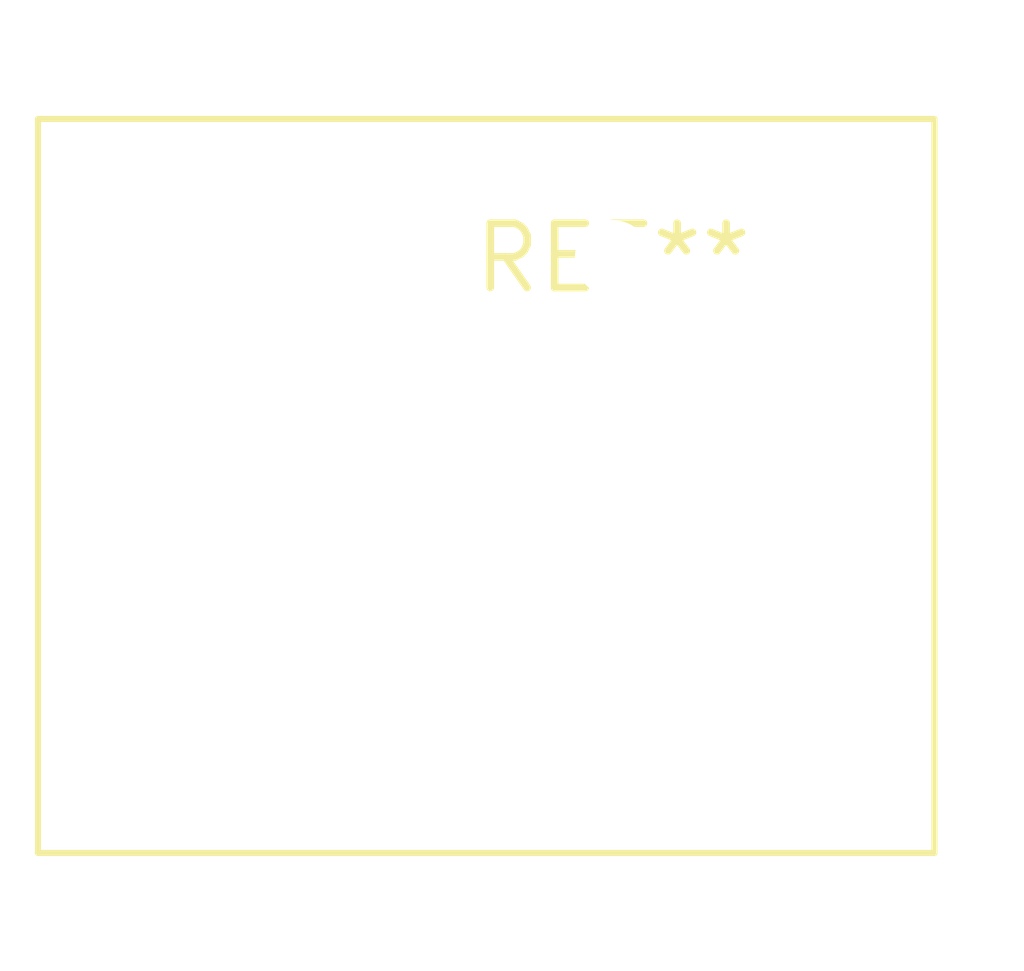
<source format=kicad_pcb>
(kicad_pcb (version 20240108) (generator pcbnew)
  (layers (0 "F.Cu" signal) (31 "B.Cu" signal) (34 "B.Paste" user) (35 "F.Paste" user) (36 "B.SilkS" user "B.Silkscreen") (37 "F.SilkS" user "F.Silkscreen") (38 "B.Mask" user) (39 "F.Mask" user) (44 "Edge.Cuts" user))
  (net 0 "")
  (footprint "SW_Matias_1.00u" (layer "F.Cu") (at 0 0)
    (property "Reference" "REF**")
    (property "Value" "SW_Matias_1.00u")
    (fp_line (start -11.35 -2.75) (end 6.35 -2.75) (layer "F.SilkS") (stroke (width 0.12)))
    (fp_line (start -11.35 11.75) (end -11.35 -2.75) (layer "F.SilkS") (stroke (width 0.12)))
    (fp_line (start 6.35 -2.75) (end 6.35 11.75) (layer "F.SilkS") (stroke (width 0.12)))
    (fp_line (start 6.35 11.75) (end -11.35 11.75) (layer "F.SilkS") (stroke (width 0.12)))
    (pad "1" thru_hole circle (at 0 0) (size 2.2 2.2) (drill 1.5) (layers *.Cu *.Mask) (remove_unused_layers))
    (pad "2" thru_hole circle (at -5 0.5) (size 2.2 2.2) (drill 1.5) (layers *.Cu *.Mask) (remove_unused_layers))
  )
)
</source>
